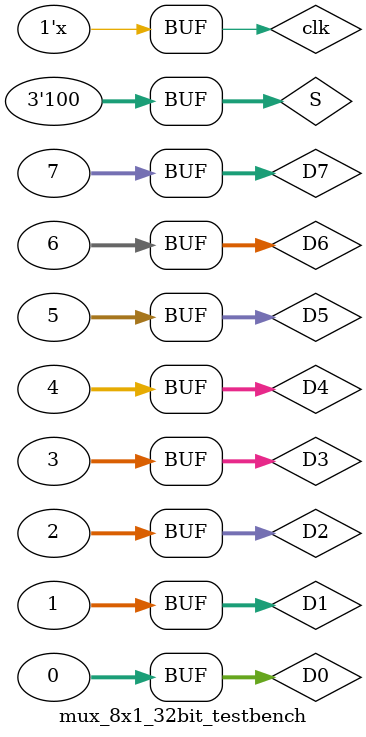
<source format=v>

`timescale 1 ps / 1 ps

module mux_8x1_32bit_testbench();

reg [31:0] D0;
reg [31:0] D1;
reg [31:0] D2;
reg [31:0] D3;
reg [31:0] D4;
reg [31:0] D5;
reg [31:0] D6;
reg [31:0] D7;
reg [2:0] S;
wire [31:0] F;
	
	reg clk;
	
	mux_8x1_32bit TB(.D0(D0) , .D1(D1) , .D2(D2) , .D3(D3) , .D4(D4) , .D5(D5) , .D6(D6) , .D7(D7) , .S(S) , .F(F));
	
	always 
		begin 
			#2 clk = ~clk;
		end
	
	initial 
		begin 
			D0 = 32'd0;
			D1 = 32'd0;
			D2 = 32'd0;
			D3 = 32'd0;
			D4 = 32'd0;
			D5 = 32'd0;
			D6 = 32'd0;
			D7 = 32'd0;
			S = 3'b000;
			
			#5 D0 = 32'd0;
			D1 = 32'd1;
			D2 = 32'd2;
			D3 = 32'd3;
			D4 = 32'd4;
			D5 = 32'd5;
			D6 = 32'd6;
			D7 = 32'd7;
			S = 3'b100;
		end


endmodule
		
</source>
